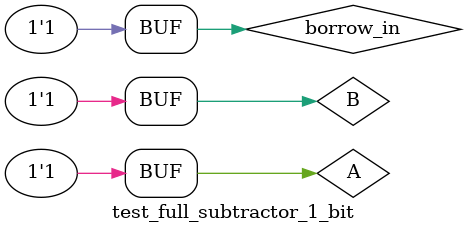
<source format=v>
`timescale 1ns / 1ps


module test_full_subtractor_1_bit(
    
    );
    
    // Inputs (must be reg)
    reg A;
    reg B;
    reg borrow_in;
    
    // Outputs (must be wire, used as input for the next module)
    wire diff;
    wire borrow_out;
    
    // Instantiate Device Under Test (DUT, name must be the same as the design source it is simulating)
    full_subtractor_1_bit dut (A, B, borrow_in, diff, borrow_out);
    
    // Stimuli
    initial begin
        A = 0; B = 0; borrow_in = 0; #10;
        A = 0; B = 0; borrow_in = 1; #10;
        A = 0; B = 1; borrow_in = 0; #10;
        A = 0; B = 1; borrow_in = 1; #10;
        A = 1; B = 0; borrow_in = 0; #10;
        A = 1; B = 0; borrow_in = 1; #10;
        A = 1; B = 1; borrow_in = 0; #10;
        A = 1; B = 1; borrow_in = 1; #10;
    end
    
endmodule

</source>
